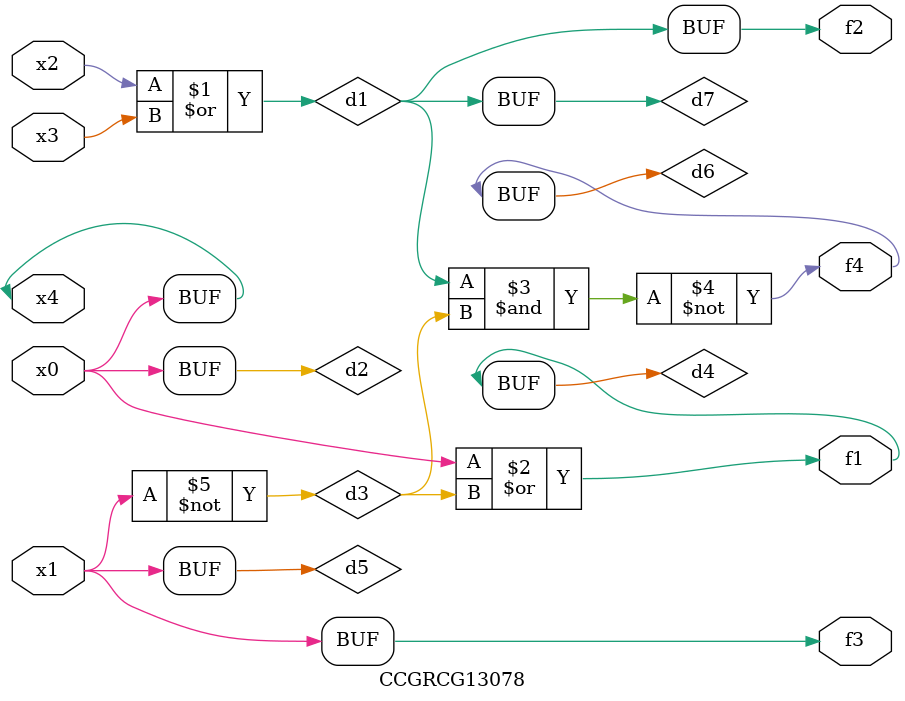
<source format=v>
module CCGRCG13078(
	input x0, x1, x2, x3, x4,
	output f1, f2, f3, f4
);

	wire d1, d2, d3, d4, d5, d6, d7;

	or (d1, x2, x3);
	buf (d2, x0, x4);
	not (d3, x1);
	or (d4, d2, d3);
	not (d5, d3);
	nand (d6, d1, d3);
	or (d7, d1);
	assign f1 = d4;
	assign f2 = d7;
	assign f3 = d5;
	assign f4 = d6;
endmodule

</source>
